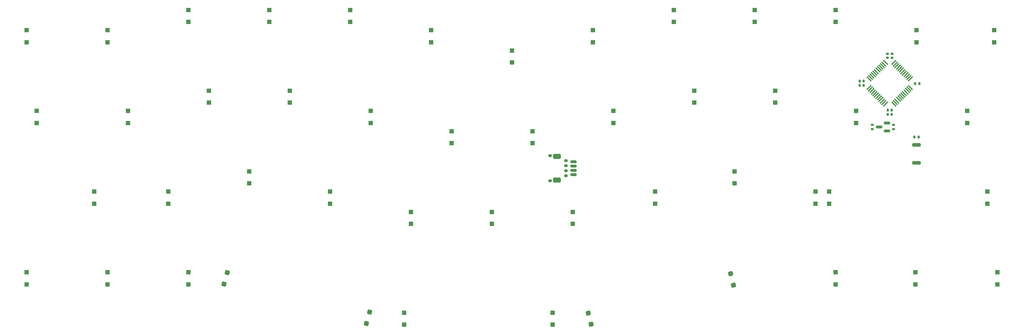
<source format=gbr>
%TF.GenerationSoftware,KiCad,Pcbnew,8.0.8*%
%TF.CreationDate,2025-03-15T15:29:21+01:00*%
%TF.ProjectId,wergob,77657267-6f62-42e6-9b69-6361645f7063,rev?*%
%TF.SameCoordinates,Original*%
%TF.FileFunction,Paste,Bot*%
%TF.FilePolarity,Positive*%
%FSLAX46Y46*%
G04 Gerber Fmt 4.6, Leading zero omitted, Abs format (unit mm)*
G04 Created by KiCad (PCBNEW 8.0.8) date 2025-03-15 15:29:21*
%MOMM*%
%LPD*%
G01*
G04 APERTURE LIST*
G04 Aperture macros list*
%AMRoundRect*
0 Rectangle with rounded corners*
0 $1 Rounding radius*
0 $2 $3 $4 $5 $6 $7 $8 $9 X,Y pos of 4 corners*
0 Add a 4 corners polygon primitive as box body*
4,1,4,$2,$3,$4,$5,$6,$7,$8,$9,$2,$3,0*
0 Add four circle primitives for the rounded corners*
1,1,$1+$1,$2,$3*
1,1,$1+$1,$4,$5*
1,1,$1+$1,$6,$7*
1,1,$1+$1,$8,$9*
0 Add four rect primitives between the rounded corners*
20,1,$1+$1,$2,$3,$4,$5,0*
20,1,$1+$1,$4,$5,$6,$7,0*
20,1,$1+$1,$6,$7,$8,$9,0*
20,1,$1+$1,$8,$9,$2,$3,0*%
G04 Aperture macros list end*
%ADD10RoundRect,0.150000X0.587500X0.150000X-0.587500X0.150000X-0.587500X-0.150000X0.587500X-0.150000X0*%
%ADD11RoundRect,0.250000X0.300000X-0.300000X0.300000X0.300000X-0.300000X0.300000X-0.300000X-0.300000X0*%
%ADD12RoundRect,0.140000X0.140000X0.170000X-0.140000X0.170000X-0.140000X-0.170000X0.140000X-0.170000X0*%
%ADD13RoundRect,0.250000X0.212132X-0.367423X0.367423X0.212132X-0.212132X0.367423X-0.367423X-0.212132X0*%
%ADD14RoundRect,0.075000X-0.521491X0.415425X0.415425X-0.521491X0.521491X-0.415425X-0.415425X0.521491X0*%
%ADD15RoundRect,0.075000X-0.521491X-0.415425X-0.415425X-0.521491X0.521491X0.415425X0.415425X0.521491X0*%
%ADD16RoundRect,0.150000X0.625000X-0.150000X0.625000X0.150000X-0.625000X0.150000X-0.625000X-0.150000X0*%
%ADD17RoundRect,0.250000X0.650000X-0.350000X0.650000X0.350000X-0.650000X0.350000X-0.650000X-0.350000X0*%
%ADD18RoundRect,0.135000X0.135000X0.185000X-0.135000X0.185000X-0.135000X-0.185000X0.135000X-0.185000X0*%
%ADD19RoundRect,0.140000X0.170000X-0.140000X0.170000X0.140000X-0.170000X0.140000X-0.170000X-0.140000X0*%
%ADD20RoundRect,0.140000X-0.140000X-0.170000X0.140000X-0.170000X0.140000X0.170000X-0.140000X0.170000X0*%
%ADD21RoundRect,0.140000X-0.170000X0.140000X-0.170000X-0.140000X0.170000X-0.140000X0.170000X0.140000X0*%
%ADD22RoundRect,0.150000X0.275000X-0.150000X0.275000X0.150000X-0.275000X0.150000X-0.275000X-0.150000X0*%
%ADD23RoundRect,0.175000X0.225000X-0.175000X0.225000X0.175000X-0.225000X0.175000X-0.225000X-0.175000X0*%
%ADD24RoundRect,0.250000X0.367423X-0.212132X0.212132X0.367423X-0.367423X0.212132X-0.212132X-0.367423X0*%
%ADD25RoundRect,0.200000X0.800000X-0.200000X0.800000X0.200000X-0.800000X0.200000X-0.800000X-0.200000X0*%
G04 APERTURE END LIST*
D10*
%TO.C,U2*%
X243825000Y-53818750D03*
X243825000Y-55718750D03*
X241950000Y-54768750D03*
%TD*%
D11*
%TO.C,D24*%
X236537500Y-53787500D03*
X236537500Y-50987500D03*
%TD*%
%TO.C,D22*%
X198437500Y-49025000D03*
X198437500Y-46225000D03*
%TD*%
%TO.C,D35*%
X227012500Y-72837500D03*
X227012500Y-70037500D03*
%TD*%
D12*
%TO.C,C6*%
X244955000Y-51793750D03*
X243995000Y-51793750D03*
%TD*%
D11*
%TO.C,D39*%
X60325000Y-91887500D03*
X60325000Y-89087500D03*
%TD*%
%TO.C,D38*%
X41275000Y-91887500D03*
X41275000Y-89087500D03*
%TD*%
%TO.C,D25*%
X262731250Y-53787500D03*
X262731250Y-50987500D03*
%TD*%
%TO.C,D17*%
X103187500Y-49025000D03*
X103187500Y-46225000D03*
%TD*%
%TO.C,D19*%
X141287500Y-58550000D03*
X141287500Y-55750000D03*
%TD*%
%TO.C,D21*%
X179387500Y-53787500D03*
X179387500Y-50987500D03*
%TD*%
D13*
%TO.C,D42*%
X121280132Y-101121923D03*
X122004826Y-98417331D03*
%TD*%
D11*
%TO.C,D47*%
X231775000Y-91887500D03*
X231775000Y-89087500D03*
%TD*%
%TO.C,D48*%
X250554536Y-91887500D03*
X250554536Y-89087500D03*
%TD*%
D14*
%TO.C,U1*%
X239587124Y-43451212D03*
X239940678Y-43097658D03*
X240294231Y-42744105D03*
X240647785Y-42390551D03*
X241001338Y-42036998D03*
X241354891Y-41683445D03*
X241708445Y-41329891D03*
X242061998Y-40976338D03*
X242415551Y-40622785D03*
X242769105Y-40269231D03*
X243122658Y-39915678D03*
X243476212Y-39562124D03*
D15*
X245473788Y-39562124D03*
X245827342Y-39915678D03*
X246180895Y-40269231D03*
X246534449Y-40622785D03*
X246888002Y-40976338D03*
X247241555Y-41329891D03*
X247595109Y-41683445D03*
X247948662Y-42036998D03*
X248302215Y-42390551D03*
X248655769Y-42744105D03*
X249009322Y-43097658D03*
X249362876Y-43451212D03*
D14*
X249362876Y-45448788D03*
X249009322Y-45802342D03*
X248655769Y-46155895D03*
X248302215Y-46509449D03*
X247948662Y-46863002D03*
X247595109Y-47216555D03*
X247241555Y-47570109D03*
X246888002Y-47923662D03*
X246534449Y-48277215D03*
X246180895Y-48630769D03*
X245827342Y-48984322D03*
X245473788Y-49337876D03*
D15*
X243476212Y-49337876D03*
X243122658Y-48984322D03*
X242769105Y-48630769D03*
X242415551Y-48277215D03*
X242061998Y-47923662D03*
X241708445Y-47570109D03*
X241354891Y-47216555D03*
X241001338Y-46863002D03*
X240647785Y-46509449D03*
X240294231Y-46155895D03*
X239940678Y-45802342D03*
X239587124Y-45448788D03*
%TD*%
D11*
%TO.C,D31*%
X150812500Y-77600000D03*
X150812500Y-74800000D03*
%TD*%
D16*
%TO.C,J1*%
X169987500Y-65987500D03*
X169987500Y-64987500D03*
X169987500Y-63987500D03*
X169987500Y-62987500D03*
D17*
X166112500Y-67287500D03*
X166112500Y-61687500D03*
%TD*%
D12*
%TO.C,C2*%
X238385574Y-44921988D03*
X237425574Y-44921988D03*
%TD*%
D11*
%TO.C,D7*%
X155575000Y-39500000D03*
X155575000Y-36700000D03*
%TD*%
%TO.C,D28*%
X93662500Y-68075000D03*
X93662500Y-65275000D03*
%TD*%
D18*
%TO.C,R1*%
X251335000Y-57150000D03*
X250315000Y-57150000D03*
%TD*%
D11*
%TO.C,D34*%
X207962500Y-68075000D03*
X207962500Y-65275000D03*
%TD*%
%TO.C,D8*%
X174625000Y-34737500D03*
X174625000Y-31937500D03*
%TD*%
%TO.C,D29*%
X112712500Y-72837500D03*
X112712500Y-70037500D03*
%TD*%
%TO.C,D23*%
X217487500Y-49025000D03*
X217487500Y-46225000D03*
%TD*%
%TO.C,D5*%
X117475000Y-29975000D03*
X117475000Y-27175000D03*
%TD*%
%TO.C,D6*%
X136525000Y-34737500D03*
X136525000Y-31937500D03*
%TD*%
%TO.C,D27*%
X74612500Y-72837500D03*
X74612500Y-70037500D03*
%TD*%
%TO.C,D3*%
X79375000Y-29975000D03*
X79375000Y-27175000D03*
%TD*%
%TO.C,D26*%
X57150000Y-72837500D03*
X57150000Y-70037500D03*
%TD*%
D12*
%TO.C,C5*%
X238385574Y-43890548D03*
X237425574Y-43890548D03*
%TD*%
D11*
%TO.C,D43*%
X130175000Y-101412500D03*
X130175000Y-98612500D03*
%TD*%
D12*
%TO.C,C1*%
X244955000Y-50800000D03*
X243995000Y-50800000D03*
%TD*%
D11*
%TO.C,D36*%
X230187500Y-72837500D03*
X230187500Y-70037500D03*
%TD*%
%TO.C,D49*%
X269875000Y-91887500D03*
X269875000Y-89087500D03*
%TD*%
%TO.C,D13*%
X269081250Y-34737500D03*
X269081250Y-31937500D03*
%TD*%
D19*
%TO.C,C7*%
X243946951Y-38414298D03*
X243946951Y-37454298D03*
%TD*%
D11*
%TO.C,D44*%
X165100000Y-101412500D03*
X165100000Y-98612500D03*
%TD*%
D20*
%TO.C,C3*%
X250477005Y-44517720D03*
X251437005Y-44517720D03*
%TD*%
D11*
%TO.C,D40*%
X79375000Y-91887500D03*
X79375000Y-89087500D03*
%TD*%
D21*
%TO.C,C9*%
X245368750Y-54288750D03*
X245368750Y-55248750D03*
%TD*%
D22*
%TO.C,J2*%
X168275000Y-66287500D03*
X168275000Y-65087500D03*
X168275000Y-63887500D03*
X168275000Y-62687500D03*
D23*
X164500000Y-67437500D03*
X164500000Y-61537500D03*
%TD*%
D24*
%TO.C,D45*%
X174193597Y-101364796D03*
X173468903Y-98660204D03*
%TD*%
D19*
%TO.C,C4*%
X245034451Y-38414298D03*
X245034451Y-37454298D03*
%TD*%
D11*
%TO.C,D16*%
X84137500Y-49025000D03*
X84137500Y-46225000D03*
%TD*%
%TO.C,D11*%
X231775000Y-29975000D03*
X231775000Y-27175000D03*
%TD*%
%TO.C,D4*%
X98425000Y-29975000D03*
X98425000Y-27175000D03*
%TD*%
%TO.C,D12*%
X250825000Y-34737500D03*
X250825000Y-31937500D03*
%TD*%
%TO.C,D20*%
X160337500Y-58550000D03*
X160337500Y-55750000D03*
%TD*%
%TO.C,D10*%
X212725000Y-29975000D03*
X212725000Y-27175000D03*
%TD*%
D25*
%TO.C,SW1*%
X250825000Y-63218750D03*
X250825000Y-59018750D03*
%TD*%
D11*
%TO.C,D15*%
X65087500Y-53787500D03*
X65087500Y-50987500D03*
%TD*%
%TO.C,D30*%
X131762500Y-77600000D03*
X131762500Y-74800000D03*
%TD*%
D24*
%TO.C,D46*%
X207729825Y-92082669D03*
X207005133Y-89378077D03*
%TD*%
D11*
%TO.C,D37*%
X267493750Y-72837500D03*
X267493750Y-70037500D03*
%TD*%
D21*
%TO.C,C8*%
X240406250Y-54288750D03*
X240406250Y-55248750D03*
%TD*%
D13*
%TO.C,D41*%
X87743903Y-91839796D03*
X88468597Y-89135204D03*
%TD*%
D11*
%TO.C,D18*%
X122237500Y-53787500D03*
X122237500Y-50987500D03*
%TD*%
%TO.C,D32*%
X169862500Y-77600000D03*
X169862500Y-74800000D03*
%TD*%
%TO.C,D33*%
X189230000Y-72837500D03*
X189230000Y-70037500D03*
%TD*%
%TO.C,D2*%
X60325000Y-34737500D03*
X60325000Y-31937500D03*
%TD*%
%TO.C,D1*%
X41275000Y-34737500D03*
X41275000Y-31937500D03*
%TD*%
%TO.C,D9*%
X193675000Y-29975000D03*
X193675000Y-27175000D03*
%TD*%
%TO.C,D14*%
X43656250Y-53787500D03*
X43656250Y-50987500D03*
%TD*%
M02*

</source>
